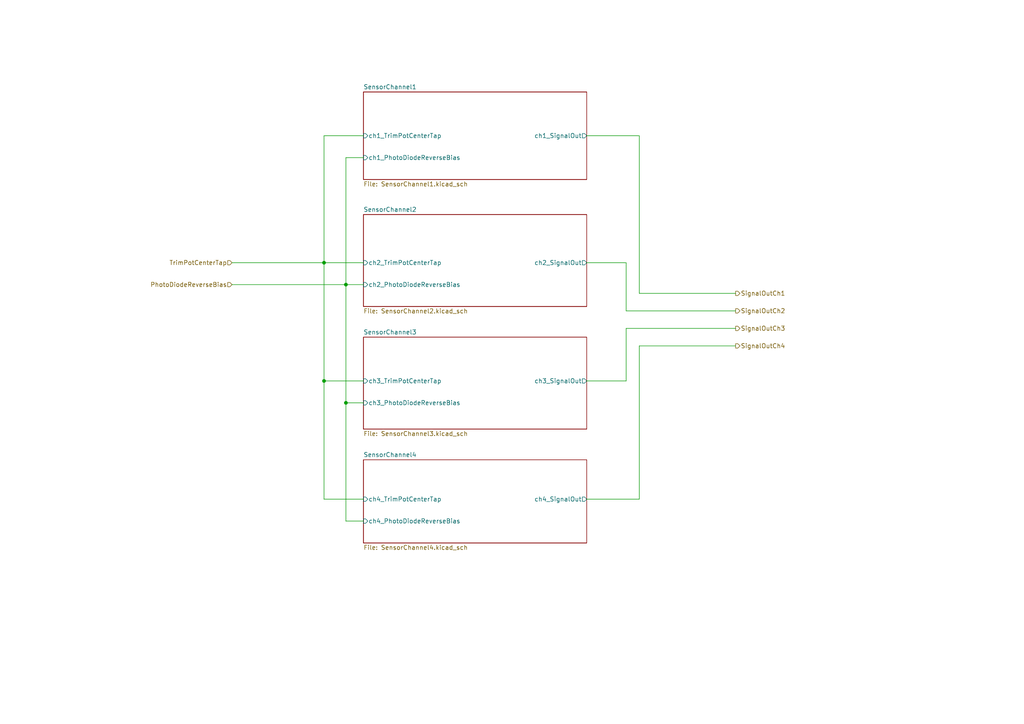
<source format=kicad_sch>
(kicad_sch (version 20230121) (generator eeschema)

  (uuid c2abbdd5-738c-4efd-9922-33968e0bd9d9)

  (paper "A4")

  (title_block
    (title "ElectronicBLETarget")
    (date "2024-02-03")
    (rev "1")
  )

  (lib_symbols
  )

  (junction (at 100.33 116.84) (diameter 0) (color 0 0 0 0)
    (uuid 4bd542d5-85c3-4200-9472-c3417fb9b9a3)
  )
  (junction (at 100.33 82.55) (diameter 0) (color 0 0 0 0)
    (uuid a6108a37-3db7-47c8-84d9-2a9312ad2499)
  )
  (junction (at 93.98 76.2) (diameter 0) (color 0 0 0 0)
    (uuid b6cb9b72-3ab5-4e67-9358-83952482031f)
  )
  (junction (at 93.98 110.49) (diameter 0) (color 0 0 0 0)
    (uuid fb8c68ee-d316-42d9-abb0-e6c295a0d8be)
  )

  (wire (pts (xy 93.98 110.49) (xy 93.98 144.78))
    (stroke (width 0) (type default))
    (uuid 0cc26600-24f0-46f1-93c7-0a3997142865)
  )
  (wire (pts (xy 100.33 45.72) (xy 100.33 82.55))
    (stroke (width 0) (type default))
    (uuid 0d3a0ae4-4645-425e-aba2-4b95f912279c)
  )
  (wire (pts (xy 100.33 82.55) (xy 105.41 82.55))
    (stroke (width 0) (type default))
    (uuid 0d600bda-f642-4783-8223-86433c0a876e)
  )
  (wire (pts (xy 105.41 39.37) (xy 93.98 39.37))
    (stroke (width 0) (type default))
    (uuid 1c43c432-fa0a-414b-a279-371e28380497)
  )
  (wire (pts (xy 170.18 144.78) (xy 185.42 144.78))
    (stroke (width 0) (type default))
    (uuid 3fc4575e-b690-44d2-b04e-0b155ff2d821)
  )
  (wire (pts (xy 181.61 76.2) (xy 181.61 90.17))
    (stroke (width 0) (type default))
    (uuid 418ad5a4-4b13-4b75-a506-8b5d5b2d6ee3)
  )
  (wire (pts (xy 170.18 76.2) (xy 181.61 76.2))
    (stroke (width 0) (type default))
    (uuid 41f3cccf-c0c6-4e13-9871-45ed403c4ef7)
  )
  (wire (pts (xy 181.61 95.25) (xy 213.36 95.25))
    (stroke (width 0) (type default))
    (uuid 519f1e72-cae6-464e-a48a-1bdafac487f4)
  )
  (wire (pts (xy 181.61 90.17) (xy 213.36 90.17))
    (stroke (width 0) (type default))
    (uuid 523594ca-0080-4a78-99ee-e195285d7f6e)
  )
  (wire (pts (xy 185.42 85.09) (xy 213.36 85.09))
    (stroke (width 0) (type default))
    (uuid 6e5c649e-5b54-46a1-adf3-e9401db99f62)
  )
  (wire (pts (xy 185.42 144.78) (xy 185.42 100.33))
    (stroke (width 0) (type default))
    (uuid 72344e7c-5893-43ac-811d-879a4a9635ec)
  )
  (wire (pts (xy 93.98 39.37) (xy 93.98 76.2))
    (stroke (width 0) (type default))
    (uuid 7b067d7e-a4c3-4586-8133-ea3f3ddb7c0a)
  )
  (wire (pts (xy 170.18 110.49) (xy 181.61 110.49))
    (stroke (width 0) (type default))
    (uuid 80eb21d0-b1ae-4b4e-8c2b-890799f2fab2)
  )
  (wire (pts (xy 93.98 76.2) (xy 93.98 110.49))
    (stroke (width 0) (type default))
    (uuid 89f5bd2a-68e8-4d5a-88d9-f4a0f1701ca6)
  )
  (wire (pts (xy 93.98 76.2) (xy 67.31 76.2))
    (stroke (width 0) (type default))
    (uuid 8a76b74a-7b12-43d2-9898-eb36e63d7ecc)
  )
  (wire (pts (xy 105.41 116.84) (xy 100.33 116.84))
    (stroke (width 0) (type default))
    (uuid 8b41e3f5-cf76-4eea-a31d-7b0dd0119ad0)
  )
  (wire (pts (xy 181.61 110.49) (xy 181.61 95.25))
    (stroke (width 0) (type default))
    (uuid 8bf97478-cc2f-41e0-bf2b-ba8f494edfc8)
  )
  (wire (pts (xy 93.98 76.2) (xy 105.41 76.2))
    (stroke (width 0) (type default))
    (uuid 9afd8062-48b9-4d7e-96ed-98c1a93db44a)
  )
  (wire (pts (xy 67.31 82.55) (xy 100.33 82.55))
    (stroke (width 0) (type default))
    (uuid a9af5926-287a-43d7-9934-f0cbc5797267)
  )
  (wire (pts (xy 170.18 39.37) (xy 185.42 39.37))
    (stroke (width 0) (type default))
    (uuid cad7ed20-e7e6-4f4d-8898-8744b58f4182)
  )
  (wire (pts (xy 105.41 110.49) (xy 93.98 110.49))
    (stroke (width 0) (type default))
    (uuid ce89cae8-fef8-4f0e-9229-21f9d053c515)
  )
  (wire (pts (xy 105.41 151.13) (xy 100.33 151.13))
    (stroke (width 0) (type default))
    (uuid cf919026-b5e5-45e0-be9b-51aa0c7878d8)
  )
  (wire (pts (xy 185.42 100.33) (xy 213.36 100.33))
    (stroke (width 0) (type default))
    (uuid d5c0d043-523c-44d6-b2a3-941c52816607)
  )
  (wire (pts (xy 105.41 45.72) (xy 100.33 45.72))
    (stroke (width 0) (type default))
    (uuid d950cc2a-6596-4bcb-8b4f-493b95f60730)
  )
  (wire (pts (xy 105.41 144.78) (xy 93.98 144.78))
    (stroke (width 0) (type default))
    (uuid dda055cc-b227-4862-8d7b-6b4ef8fbda8d)
  )
  (wire (pts (xy 100.33 151.13) (xy 100.33 116.84))
    (stroke (width 0) (type default))
    (uuid e9188439-40e2-40fa-85a8-ddf9960ca654)
  )
  (wire (pts (xy 185.42 39.37) (xy 185.42 85.09))
    (stroke (width 0) (type default))
    (uuid f521138e-a9c2-4d30-ad80-c26ef40b6711)
  )
  (wire (pts (xy 100.33 116.84) (xy 100.33 82.55))
    (stroke (width 0) (type default))
    (uuid f7b45e28-1723-4477-a235-747c7aa373e0)
  )

  (hierarchical_label "SignalOutCh2" (shape output) (at 213.36 90.17 0) (fields_autoplaced)
    (effects (font (size 1.27 1.27)) (justify left))
    (uuid 43ea2e02-6354-4bf2-9251-2d9819f62bae)
  )
  (hierarchical_label "TrimPotCenterTap" (shape input) (at 67.31 76.2 180) (fields_autoplaced)
    (effects (font (size 1.27 1.27)) (justify right))
    (uuid a508ff1b-588f-463b-8acb-53540f44cc6e)
  )
  (hierarchical_label "PhotoDiodeReverseBias" (shape input) (at 67.31 82.55 180) (fields_autoplaced)
    (effects (font (size 1.27 1.27)) (justify right))
    (uuid b326b97d-b490-44d4-a329-d46c716f7f4c)
  )
  (hierarchical_label "SignalOutCh3" (shape output) (at 213.36 95.25 0) (fields_autoplaced)
    (effects (font (size 1.27 1.27)) (justify left))
    (uuid c3974850-2038-4178-aa0e-90bcdf40ae1d)
  )
  (hierarchical_label "SignalOutCh4" (shape output) (at 213.36 100.33 0) (fields_autoplaced)
    (effects (font (size 1.27 1.27)) (justify left))
    (uuid d7816381-bf21-4659-9fe4-94b3e741a8cb)
  )
  (hierarchical_label "SignalOutCh1" (shape output) (at 213.36 85.09 0) (fields_autoplaced)
    (effects (font (size 1.27 1.27)) (justify left))
    (uuid e24b0b7d-6107-4e36-afe9-e47f397d17f4)
  )

  (sheet (at 105.41 26.67) (size 64.77 25.4) (fields_autoplaced)
    (stroke (width 0.1524) (type solid))
    (fill (color 0 0 0 0.0000))
    (uuid 59fea44c-0a64-4f6c-b8f7-0535f389bda9)
    (property "Sheetname" "SensorChannel1" (at 105.41 25.9584 0)
      (effects (font (size 1.27 1.27)) (justify left bottom))
    )
    (property "Sheetfile" "SensorChannel1.kicad_sch" (at 105.41 52.6546 0)
      (effects (font (size 1.27 1.27)) (justify left top))
    )
    (pin "ch1_TrimPotCenterTap" input (at 105.41 39.37 180)
      (effects (font (size 1.27 1.27)) (justify left))
      (uuid 6a0dc07d-e4e4-4234-a684-7906b5fa8fa5)
    )
    (pin "ch1_PhotoDiodeReverseBias" input (at 105.41 45.72 180)
      (effects (font (size 1.27 1.27)) (justify left))
      (uuid 7f433c5c-48eb-42f1-bf77-51fe36afda5a)
    )
    (pin "ch1_SignalOut" output (at 170.18 39.37 0)
      (effects (font (size 1.27 1.27)) (justify right))
      (uuid 18ae731c-183b-4b9a-a1fc-0fc58dec8413)
    )
    (instances
      (project "ElectronicBLETarget"
        (path "/e65ca263-7357-4fa8-aaf0-4e1b74459457/49f09594-2afc-4263-bfc0-820cce7c9974" (page "4"))
      )
    )
  )

  (sheet (at 105.41 97.79) (size 64.77 26.67) (fields_autoplaced)
    (stroke (width 0.1524) (type solid))
    (fill (color 0 0 0 0.0000))
    (uuid 782e6450-79c1-4497-918b-ae61fd1dd8de)
    (property "Sheetname" "SensorChannel3" (at 105.41 97.0784 0)
      (effects (font (size 1.27 1.27)) (justify left bottom))
    )
    (property "Sheetfile" "SensorChannel3.kicad_sch" (at 105.41 125.0446 0)
      (effects (font (size 1.27 1.27)) (justify left top))
    )
    (pin "ch3_SignalOut" output (at 170.18 110.49 0)
      (effects (font (size 1.27 1.27)) (justify right))
      (uuid 37701a52-a62a-44d8-99fe-68101e6f576e)
    )
    (pin "ch3_TrimPotCenterTap" input (at 105.41 110.49 180)
      (effects (font (size 1.27 1.27)) (justify left))
      (uuid 66e4d488-8ad3-4b36-b3db-7c5377fdbd87)
    )
    (pin "ch3_PhotoDiodeReverseBias" input (at 105.41 116.84 180)
      (effects (font (size 1.27 1.27)) (justify left))
      (uuid 11ae764a-e9eb-4d9a-a67f-f7cadc07db10)
    )
    (instances
      (project "ElectronicBLETarget"
        (path "/e65ca263-7357-4fa8-aaf0-4e1b74459457/49f09594-2afc-4263-bfc0-820cce7c9974" (page "6"))
      )
    )
  )

  (sheet (at 105.41 62.23) (size 64.77 26.67) (fields_autoplaced)
    (stroke (width 0.1524) (type solid))
    (fill (color 0 0 0 0.0000))
    (uuid 7874cf2c-78dc-45f4-9ca5-22bdae47e0ea)
    (property "Sheetname" "SensorChannel2" (at 105.41 61.5184 0)
      (effects (font (size 1.27 1.27)) (justify left bottom))
    )
    (property "Sheetfile" "SensorChannel2.kicad_sch" (at 105.41 89.4846 0)
      (effects (font (size 1.27 1.27)) (justify left top))
    )
    (property "Fält2" "" (at 105.41 62.23 0)
      (effects (font (size 1.27 1.27)) hide)
    )
    (pin "ch2_TrimPotCenterTap" input (at 105.41 76.2 180)
      (effects (font (size 1.27 1.27)) (justify left))
      (uuid d18fabce-2765-4bc3-bb7d-095be203ce3e)
    )
    (pin "ch2_PhotoDiodeReverseBias" input (at 105.41 82.55 180)
      (effects (font (size 1.27 1.27)) (justify left))
      (uuid f078df24-58c4-42ad-8908-a4db0ee494a7)
    )
    (pin "ch2_SignalOut" output (at 170.18 76.2 0)
      (effects (font (size 1.27 1.27)) (justify right))
      (uuid 0281ee76-7f87-4f1f-8df2-cff5335a3887)
    )
    (instances
      (project "ElectronicBLETarget"
        (path "/e65ca263-7357-4fa8-aaf0-4e1b74459457/49f09594-2afc-4263-bfc0-820cce7c9974" (page "5"))
      )
    )
  )

  (sheet (at 105.41 133.35) (size 64.77 24.13) (fields_autoplaced)
    (stroke (width 0.1524) (type solid))
    (fill (color 0 0 0 0.0000))
    (uuid a8bfb28a-85d7-4181-9de3-ebd8cc24abfb)
    (property "Sheetname" "SensorChannel4" (at 105.41 132.6384 0)
      (effects (font (size 1.27 1.27)) (justify left bottom))
    )
    (property "Sheetfile" "SensorChannel4.kicad_sch" (at 105.41 158.0646 0)
      (effects (font (size 1.27 1.27)) (justify left top))
    )
    (pin "ch4_SignalOut" output (at 170.18 144.78 0)
      (effects (font (size 1.27 1.27)) (justify right))
      (uuid 8dd2bf6f-b50a-4f0a-ad84-0aa83edc6535)
    )
    (pin "ch4_PhotoDiodeReverseBias" input (at 105.41 151.13 180)
      (effects (font (size 1.27 1.27)) (justify left))
      (uuid 42bea0ae-9016-4d0b-9380-9d331146cd6a)
    )
    (pin "ch4_TrimPotCenterTap" input (at 105.41 144.78 180)
      (effects (font (size 1.27 1.27)) (justify left))
      (uuid edd4e527-25ea-4dac-afac-c1fb6ac76910)
    )
    (instances
      (project "ElectronicBLETarget"
        (path "/e65ca263-7357-4fa8-aaf0-4e1b74459457/49f09594-2afc-4263-bfc0-820cce7c9974" (page "7"))
      )
    )
  )
)

</source>
